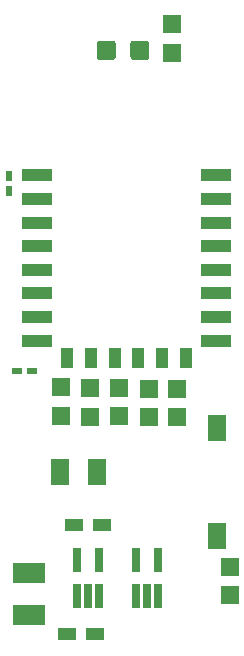
<source format=gbr>
G04 #@! TF.GenerationSoftware,KiCad,Pcbnew,(5.1.9)-1*
G04 #@! TF.CreationDate,2021-03-01T14:09:20+01:00*
G04 #@! TF.ProjectId,button,62757474-6f6e-42e6-9b69-6361645f7063,rev?*
G04 #@! TF.SameCoordinates,Original*
G04 #@! TF.FileFunction,Paste,Top*
G04 #@! TF.FilePolarity,Positive*
%FSLAX46Y46*%
G04 Gerber Fmt 4.6, Leading zero omitted, Abs format (unit mm)*
G04 Created by KiCad (PCBNEW (5.1.9)-1) date 2021-03-01 14:09:20*
%MOMM*%
%LPD*%
G01*
G04 APERTURE LIST*
%ADD10R,0.650000X2.000000*%
%ADD11C,0.100000*%
%ADD12R,1.650000X2.250000*%
%ADD13R,2.794000X1.778000*%
%ADD14R,1.500000X1.100000*%
%ADD15R,1.500000X1.500000*%
%ADD16R,0.620000X0.900000*%
%ADD17R,2.500000X1.000000*%
%ADD18R,1.000000X1.800000*%
%ADD19R,0.900000X0.620000*%
%ADD20R,1.600000X2.180000*%
G04 APERTURE END LIST*
D10*
G04 #@! TO.C,PS1*
X123050000Y-104000000D03*
X124950000Y-104000000D03*
X124950000Y-107050000D03*
D11*
G36*
X124325000Y-108050000D02*
G01*
X123675000Y-108050000D01*
X123675000Y-106050000D01*
X124325000Y-106050000D01*
X124325000Y-108050000D01*
G37*
D10*
X123050000Y-107050000D03*
G04 #@! TD*
D12*
G04 #@! TO.C,C4*
X121640000Y-96520000D03*
X124740000Y-96520000D03*
G04 #@! TD*
D13*
G04 #@! TO.C,L1*
X118960000Y-108658000D03*
X118960000Y-105102000D03*
G04 #@! TD*
G04 #@! TO.C,D1*
G36*
G01*
X126335000Y-60275000D02*
X126335000Y-61425000D01*
G75*
G02*
X126085000Y-61675000I-250000J0D01*
G01*
X124985000Y-61675000D01*
G75*
G02*
X124735000Y-61425000I0J250000D01*
G01*
X124735000Y-60275000D01*
G75*
G02*
X124985000Y-60025000I250000J0D01*
G01*
X126085000Y-60025000D01*
G75*
G02*
X126335000Y-60275000I0J-250000D01*
G01*
G37*
G36*
G01*
X129185000Y-60275000D02*
X129185000Y-61425000D01*
G75*
G02*
X128935000Y-61675000I-250000J0D01*
G01*
X127835000Y-61675000D01*
G75*
G02*
X127585000Y-61425000I0J250000D01*
G01*
X127585000Y-60275000D01*
G75*
G02*
X127835000Y-60025000I250000J0D01*
G01*
X128935000Y-60025000D01*
G75*
G02*
X129185000Y-60275000I0J-250000D01*
G01*
G37*
G04 #@! TD*
D10*
G04 #@! TO.C,U2*
X128050000Y-104000000D03*
X129950000Y-104000000D03*
X129950000Y-107050000D03*
D11*
G36*
X129325000Y-108050000D02*
G01*
X128675000Y-108050000D01*
X128675000Y-106050000D01*
X129325000Y-106050000D01*
X129325000Y-108050000D01*
G37*
D10*
X128050000Y-107050000D03*
G04 #@! TD*
D14*
G04 #@! TO.C,C3*
X122850000Y-101000000D03*
X125150000Y-101000000D03*
G04 #@! TD*
G04 #@! TO.C,C1*
X124550000Y-110250000D03*
X122250000Y-110250000D03*
G04 #@! TD*
D15*
G04 #@! TO.C,R3*
X124180000Y-89450000D03*
X124180000Y-91850000D03*
G04 #@! TD*
G04 #@! TO.C,R1*
X121730000Y-89390000D03*
X121730000Y-91790000D03*
G04 #@! TD*
G04 #@! TO.C,R7*
X135990000Y-104590000D03*
X135990000Y-106990000D03*
G04 #@! TD*
G04 #@! TO.C,R6*
X131090000Y-58650000D03*
X131090000Y-61050000D03*
G04 #@! TD*
G04 #@! TO.C,R5*
X131500000Y-89500000D03*
X131500000Y-91900000D03*
G04 #@! TD*
G04 #@! TO.C,R4*
X126650000Y-89425000D03*
X126650000Y-91825000D03*
G04 #@! TD*
G04 #@! TO.C,R2*
X129200000Y-89500000D03*
X129200000Y-91900000D03*
G04 #@! TD*
D16*
G04 #@! TO.C,C2*
X117348000Y-71486000D03*
X117348000Y-72786000D03*
G04 #@! TD*
D17*
G04 #@! TO.C,X1*
X134854000Y-71430000D03*
X134854000Y-73430000D03*
X134854000Y-75430000D03*
X134854000Y-77430000D03*
X134854000Y-79430000D03*
X134854000Y-81430000D03*
X134854000Y-83430000D03*
X134854000Y-85430000D03*
D18*
X132254000Y-86930000D03*
X130254000Y-86930000D03*
X128254000Y-86930000D03*
X126254000Y-86930000D03*
X124254000Y-86930000D03*
X122254000Y-86930000D03*
D17*
X119654000Y-85430000D03*
X119654000Y-83430000D03*
X119654000Y-81430000D03*
X119654000Y-79430000D03*
X119654000Y-77430000D03*
X119654000Y-75430000D03*
X119654000Y-73430000D03*
X119654000Y-71430000D03*
G04 #@! TD*
D19*
G04 #@! TO.C,C5*
X117975000Y-88025000D03*
X119275000Y-88025000D03*
G04 #@! TD*
D20*
G04 #@! TO.C,SW2*
X134890000Y-92800000D03*
X134890000Y-101980000D03*
G04 #@! TD*
M02*

</source>
